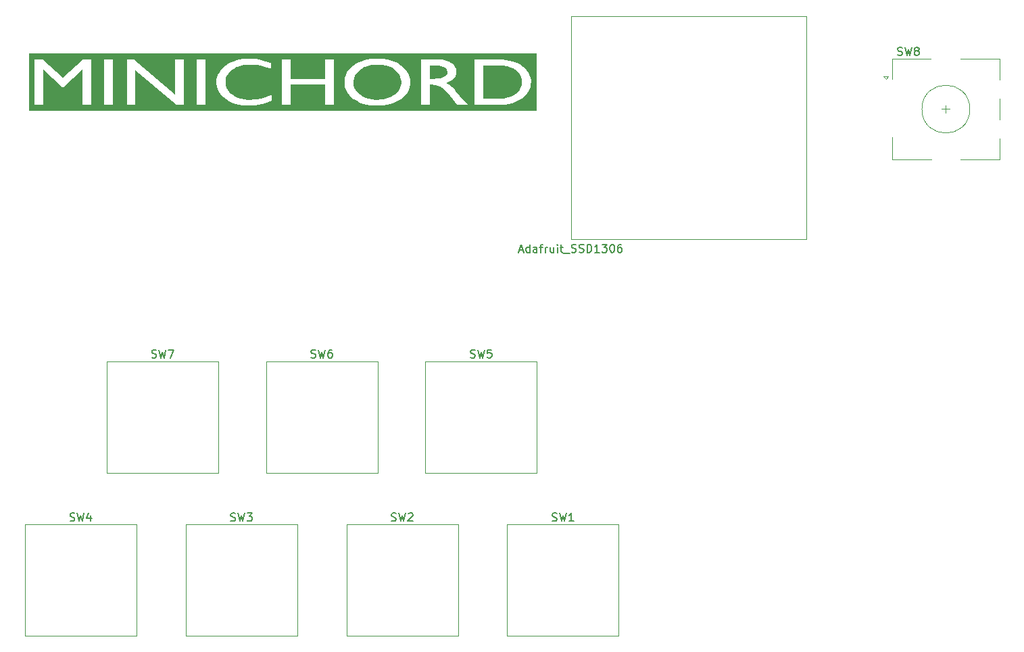
<source format=gbr>
%TF.GenerationSoftware,KiCad,Pcbnew,8.0.6*%
%TF.CreationDate,2024-11-07T12:50:37-05:00*%
%TF.ProjectId,minichord,6d696e69-6368-46f7-9264-2e6b69636164,rev?*%
%TF.SameCoordinates,Original*%
%TF.FileFunction,Legend,Top*%
%TF.FilePolarity,Positive*%
%FSLAX46Y46*%
G04 Gerber Fmt 4.6, Leading zero omitted, Abs format (unit mm)*
G04 Created by KiCad (PCBNEW 8.0.6) date 2024-11-07 12:50:37*
%MOMM*%
%LPD*%
G01*
G04 APERTURE LIST*
%ADD10C,0.750000*%
%ADD11C,0.150000*%
%ADD12C,0.120000*%
G04 APERTURE END LIST*
D10*
G36*
X108972428Y-48917847D02*
G01*
X109419713Y-48954856D01*
X109839246Y-49036274D01*
X110231027Y-49162103D01*
X110595056Y-49332342D01*
X110931332Y-49546992D01*
X111035441Y-49626905D01*
X111307466Y-49880383D01*
X111519042Y-50154470D01*
X111670167Y-50449164D01*
X111760842Y-50764466D01*
X111791067Y-51100376D01*
X111787709Y-51217859D01*
X111737334Y-51555676D01*
X111626509Y-51871544D01*
X111455233Y-52165466D01*
X111223508Y-52437440D01*
X110931332Y-52687466D01*
X110766371Y-52801128D01*
X110413883Y-52994912D01*
X110031307Y-53143976D01*
X109618643Y-53248321D01*
X109175892Y-53307947D01*
X108783949Y-53323475D01*
X108625642Y-53321036D01*
X108170778Y-53284457D01*
X107746001Y-53203983D01*
X107351312Y-53079614D01*
X106986711Y-52911349D01*
X106652198Y-52699190D01*
X106549036Y-52619918D01*
X106279483Y-52367264D01*
X106069831Y-52092353D01*
X105920080Y-51795186D01*
X105830229Y-51475762D01*
X105800279Y-51134082D01*
X105803591Y-51014166D01*
X105853279Y-50670631D01*
X105962593Y-50351413D01*
X106131533Y-50056513D01*
X106360099Y-49785930D01*
X106648290Y-49539665D01*
X106811780Y-49428098D01*
X107163490Y-49237886D01*
X107548172Y-49091570D01*
X107965827Y-48989148D01*
X108416455Y-48930621D01*
X108817166Y-48915380D01*
X108972428Y-48917847D01*
G37*
G36*
X116012448Y-49013236D02*
G01*
X116443932Y-49036063D01*
X116836147Y-49094166D01*
X117076208Y-49173919D01*
X117377390Y-49382861D01*
X117495267Y-49542641D01*
X117570830Y-49840083D01*
X117546375Y-50024593D01*
X117396929Y-50297306D01*
X117248460Y-50433662D01*
X116914305Y-50597725D01*
X116607658Y-50658449D01*
X116197185Y-50689493D01*
X115769295Y-50697376D01*
X115351151Y-50697376D01*
X115351151Y-49009169D01*
X115681367Y-49009169D01*
X116012448Y-49013236D01*
G37*
G36*
X123787425Y-49011343D02*
G01*
X124214983Y-49023543D01*
X124610886Y-49054598D01*
X125002386Y-49127780D01*
X125367062Y-49236315D01*
X125416528Y-49253837D01*
X125764660Y-49404598D01*
X126072435Y-49589490D01*
X126173704Y-49662980D01*
X126438311Y-49899251D01*
X126644116Y-50159221D01*
X126791120Y-50442890D01*
X126879322Y-50750258D01*
X126908722Y-51081325D01*
X126905547Y-51196215D01*
X126857920Y-51525908D01*
X126753140Y-51833139D01*
X126591207Y-52117907D01*
X126372121Y-52380213D01*
X126095882Y-52620055D01*
X125863897Y-52772686D01*
X125537055Y-52935129D01*
X125170175Y-53058184D01*
X124775017Y-53146154D01*
X124746202Y-53151294D01*
X124344163Y-53200238D01*
X123929790Y-53223078D01*
X123495184Y-53229685D01*
X122088346Y-53229685D01*
X122088346Y-49009169D01*
X123461967Y-49009169D01*
X123787425Y-49011343D01*
G37*
G36*
X128712584Y-54740456D02*
G01*
X65157896Y-54740456D01*
X65157896Y-53980000D01*
X65824563Y-53980000D01*
X66922679Y-53980000D01*
X66922679Y-49525010D01*
X69308443Y-51729057D01*
X69511653Y-51729057D01*
X71873970Y-49525010D01*
X71873970Y-53980000D01*
X72979902Y-53980000D01*
X74595812Y-53980000D01*
X75693928Y-53980000D01*
X77415352Y-53980000D01*
X78448988Y-53980000D01*
X78448988Y-49626127D01*
X83581995Y-53980000D01*
X84525750Y-53980000D01*
X86131891Y-53980000D01*
X87230006Y-53980000D01*
X87230006Y-51141409D01*
X88621214Y-51141409D01*
X88629365Y-51337872D01*
X88682860Y-51673307D01*
X88786284Y-51998083D01*
X88939636Y-52312201D01*
X89142916Y-52615659D01*
X89279173Y-52781439D01*
X89545686Y-53049514D01*
X89847916Y-53289540D01*
X90185862Y-53501516D01*
X90559525Y-53685443D01*
X90731104Y-53754844D01*
X91094766Y-53873169D01*
X91485768Y-53964187D01*
X91904110Y-54027900D01*
X92349793Y-54064308D01*
X92742079Y-54073789D01*
X92938458Y-54071224D01*
X93416649Y-54042373D01*
X93876618Y-53981465D01*
X93883579Y-53980000D01*
X96843405Y-53980000D01*
X97943475Y-53980000D01*
X97943475Y-51447690D01*
X102255826Y-51447690D01*
X102255826Y-53980000D01*
X103355896Y-53980000D01*
X103355896Y-51145806D01*
X104663084Y-51145806D01*
X104681158Y-51453551D01*
X104735380Y-51748108D01*
X104853990Y-52097757D01*
X105029082Y-52426798D01*
X105260655Y-52735231D01*
X105548709Y-53023056D01*
X105819818Y-53238478D01*
X105892681Y-53289869D01*
X106195465Y-53479119D01*
X106599449Y-53678974D01*
X107031768Y-53838042D01*
X107492424Y-53956323D01*
X107881350Y-54021582D01*
X108288411Y-54060737D01*
X108713607Y-54073789D01*
X109158618Y-54060737D01*
X109584089Y-54021582D01*
X109990020Y-53956323D01*
X110376413Y-53864961D01*
X110743265Y-53747496D01*
X111090579Y-53603927D01*
X111418353Y-53434254D01*
X111726587Y-53238478D01*
X112006856Y-53022804D01*
X112304641Y-52733956D01*
X112544037Y-52423713D01*
X112725044Y-52092074D01*
X112847662Y-51739041D01*
X112903715Y-51441210D01*
X112922400Y-51129685D01*
X112921244Y-51050511D01*
X112893492Y-50742169D01*
X112883659Y-50697376D01*
X114251081Y-50697376D01*
X114251081Y-53980000D01*
X115351151Y-53980000D01*
X115351151Y-51447690D01*
X115636427Y-51447690D01*
X116023002Y-51463169D01*
X116402372Y-51541479D01*
X116612879Y-51646265D01*
X116914305Y-51847759D01*
X117022543Y-51932098D01*
X117290592Y-52169359D01*
X117537613Y-52417822D01*
X117906908Y-52872114D01*
X118246894Y-53297096D01*
X118461828Y-53525708D01*
X118526308Y-53596050D01*
X118862386Y-53980000D01*
X120169574Y-53980000D01*
X119763154Y-53563810D01*
X119559180Y-53341449D01*
X119463577Y-53229685D01*
X120990230Y-53229685D01*
X120990230Y-53980000D01*
X123418981Y-53980000D01*
X123544140Y-53979833D01*
X123993180Y-53975849D01*
X124399673Y-53965017D01*
X124802372Y-53937501D01*
X124825157Y-53934672D01*
X125208924Y-53867215D01*
X125601535Y-53766043D01*
X125828566Y-53696076D01*
X126215103Y-53545251D01*
X126573201Y-53362432D01*
X126902861Y-53147620D01*
X127068287Y-53019979D01*
X127335041Y-52774718D01*
X127561918Y-52509519D01*
X127748918Y-52224382D01*
X127834479Y-52059217D01*
X127951945Y-51755791D01*
X128022424Y-51444481D01*
X128045917Y-51125289D01*
X128032751Y-50877335D01*
X127970080Y-50540297D01*
X127855797Y-50215040D01*
X127689903Y-49901564D01*
X127506629Y-49642247D01*
X127366434Y-49477062D01*
X127092882Y-49212893D01*
X126783426Y-48980421D01*
X126438066Y-48779645D01*
X126056803Y-48610565D01*
X125755717Y-48509242D01*
X125352350Y-48410324D01*
X124903096Y-48336135D01*
X124493664Y-48293202D01*
X124052367Y-48267442D01*
X123579204Y-48258855D01*
X120990230Y-48258855D01*
X120990230Y-53229685D01*
X119463577Y-53229685D01*
X119333101Y-53077153D01*
X119120307Y-52817892D01*
X119080774Y-52769166D01*
X118855276Y-52496041D01*
X118617548Y-52219070D01*
X118379289Y-51957486D01*
X118131612Y-51712937D01*
X118021273Y-51616853D01*
X117730374Y-51397841D01*
X117410607Y-51211751D01*
X117773994Y-51083323D01*
X118107603Y-50901390D01*
X118371946Y-50676859D01*
X118563288Y-50414263D01*
X118675204Y-50120152D01*
X118708025Y-49825429D01*
X118707357Y-49780658D01*
X118665282Y-49483611D01*
X118537055Y-49179162D01*
X118323342Y-48912083D01*
X118024145Y-48682372D01*
X117750722Y-48538443D01*
X117388840Y-48408161D01*
X116980770Y-48318412D01*
X116594233Y-48273744D01*
X116173761Y-48258855D01*
X114251081Y-48258855D01*
X114251081Y-50697376D01*
X112883659Y-50697376D01*
X112828737Y-50447200D01*
X112695758Y-50097294D01*
X112504962Y-49768282D01*
X112256350Y-49460163D01*
X112015832Y-49228713D01*
X111738311Y-49010635D01*
X111432977Y-48812454D01*
X111109019Y-48640698D01*
X110766438Y-48495366D01*
X110405233Y-48376458D01*
X110025405Y-48283974D01*
X109626953Y-48217914D01*
X109209878Y-48178278D01*
X108774180Y-48165066D01*
X108338328Y-48178278D01*
X107921772Y-48217914D01*
X107524511Y-48283974D01*
X107146545Y-48376458D01*
X106787875Y-48495366D01*
X106448499Y-48640698D01*
X106128419Y-48812454D01*
X105827634Y-49010635D01*
X105755987Y-49063916D01*
X105492143Y-49285715D01*
X105213516Y-49582478D01*
X104991751Y-49900921D01*
X104826849Y-50241046D01*
X104735868Y-50528756D01*
X104681280Y-50830343D01*
X104663760Y-51134082D01*
X104663084Y-51145806D01*
X103355896Y-51145806D01*
X103355896Y-48258855D01*
X102255826Y-48258855D01*
X102255826Y-50697376D01*
X97943475Y-50697376D01*
X97943475Y-48258855D01*
X96843405Y-48258855D01*
X96843405Y-53980000D01*
X93883579Y-53980000D01*
X94318363Y-53888500D01*
X94741886Y-53763478D01*
X95147186Y-53606400D01*
X95534263Y-53417264D01*
X95534263Y-52666950D01*
X95367682Y-52746451D01*
X94949025Y-52922764D01*
X94527219Y-53067020D01*
X94102266Y-53179219D01*
X93674163Y-53259361D01*
X93242912Y-53307446D01*
X92808513Y-53323475D01*
X92562477Y-53318052D01*
X92171039Y-53284915D01*
X91732043Y-53205385D01*
X91326570Y-53082476D01*
X90954618Y-52916186D01*
X90616189Y-52706517D01*
X90512317Y-52628058D01*
X90240910Y-52376606D01*
X90029816Y-52101043D01*
X89879034Y-51801369D01*
X89788565Y-51477583D01*
X89758408Y-51129685D01*
X89761813Y-51012048D01*
X89812875Y-50674112D01*
X89925211Y-50358638D01*
X90098822Y-50065626D01*
X90333707Y-49795078D01*
X90629867Y-49546992D01*
X90797198Y-49434116D01*
X91155457Y-49241672D01*
X91545177Y-49093638D01*
X91966358Y-48990014D01*
X92419001Y-48930800D01*
X92820237Y-48915380D01*
X92981185Y-48917578D01*
X93385627Y-48942308D01*
X93793025Y-48994515D01*
X94203382Y-49074199D01*
X94616696Y-49181360D01*
X95032968Y-49315999D01*
X95452198Y-49478115D01*
X95452198Y-48727801D01*
X95268367Y-48659658D01*
X94907071Y-48536559D01*
X94467386Y-48407416D01*
X94040963Y-48305750D01*
X93627801Y-48231561D01*
X93227901Y-48184849D01*
X92765526Y-48165066D01*
X92335598Y-48178484D01*
X91923133Y-48218738D01*
X91528131Y-48285829D01*
X91150593Y-48379755D01*
X90790518Y-48500518D01*
X90447906Y-48648117D01*
X90122758Y-48822552D01*
X89815073Y-49023824D01*
X89741622Y-49077887D01*
X89471139Y-49301953D01*
X89237963Y-49538521D01*
X88998958Y-49851813D01*
X88818247Y-50184639D01*
X88695830Y-50537000D01*
X88639868Y-50832953D01*
X88621214Y-51141409D01*
X87230006Y-51141409D01*
X87230006Y-48258855D01*
X86131891Y-48258855D01*
X86131891Y-53980000D01*
X84525750Y-53980000D01*
X84525750Y-48258855D01*
X83482344Y-48258855D01*
X83482344Y-52650830D01*
X78306350Y-48258855D01*
X77415352Y-48258855D01*
X77415352Y-53980000D01*
X75693928Y-53980000D01*
X75693928Y-48258855D01*
X74595812Y-48258855D01*
X74595812Y-53980000D01*
X72979902Y-53980000D01*
X72979902Y-48258855D01*
X71957990Y-48258855D01*
X69412002Y-50536175D01*
X66858199Y-48258855D01*
X65824563Y-48258855D01*
X65824563Y-53980000D01*
X65157896Y-53980000D01*
X65157896Y-47498399D01*
X128712584Y-47498399D01*
X128712584Y-54740456D01*
G37*
D11*
X173966667Y-47707200D02*
X174109524Y-47754819D01*
X174109524Y-47754819D02*
X174347619Y-47754819D01*
X174347619Y-47754819D02*
X174442857Y-47707200D01*
X174442857Y-47707200D02*
X174490476Y-47659580D01*
X174490476Y-47659580D02*
X174538095Y-47564342D01*
X174538095Y-47564342D02*
X174538095Y-47469104D01*
X174538095Y-47469104D02*
X174490476Y-47373866D01*
X174490476Y-47373866D02*
X174442857Y-47326247D01*
X174442857Y-47326247D02*
X174347619Y-47278628D01*
X174347619Y-47278628D02*
X174157143Y-47231009D01*
X174157143Y-47231009D02*
X174061905Y-47183390D01*
X174061905Y-47183390D02*
X174014286Y-47135771D01*
X174014286Y-47135771D02*
X173966667Y-47040533D01*
X173966667Y-47040533D02*
X173966667Y-46945295D01*
X173966667Y-46945295D02*
X174014286Y-46850057D01*
X174014286Y-46850057D02*
X174061905Y-46802438D01*
X174061905Y-46802438D02*
X174157143Y-46754819D01*
X174157143Y-46754819D02*
X174395238Y-46754819D01*
X174395238Y-46754819D02*
X174538095Y-46802438D01*
X174871429Y-46754819D02*
X175109524Y-47754819D01*
X175109524Y-47754819D02*
X175300000Y-47040533D01*
X175300000Y-47040533D02*
X175490476Y-47754819D01*
X175490476Y-47754819D02*
X175728572Y-46754819D01*
X176252381Y-47183390D02*
X176157143Y-47135771D01*
X176157143Y-47135771D02*
X176109524Y-47088152D01*
X176109524Y-47088152D02*
X176061905Y-46992914D01*
X176061905Y-46992914D02*
X176061905Y-46945295D01*
X176061905Y-46945295D02*
X176109524Y-46850057D01*
X176109524Y-46850057D02*
X176157143Y-46802438D01*
X176157143Y-46802438D02*
X176252381Y-46754819D01*
X176252381Y-46754819D02*
X176442857Y-46754819D01*
X176442857Y-46754819D02*
X176538095Y-46802438D01*
X176538095Y-46802438D02*
X176585714Y-46850057D01*
X176585714Y-46850057D02*
X176633333Y-46945295D01*
X176633333Y-46945295D02*
X176633333Y-46992914D01*
X176633333Y-46992914D02*
X176585714Y-47088152D01*
X176585714Y-47088152D02*
X176538095Y-47135771D01*
X176538095Y-47135771D02*
X176442857Y-47183390D01*
X176442857Y-47183390D02*
X176252381Y-47183390D01*
X176252381Y-47183390D02*
X176157143Y-47231009D01*
X176157143Y-47231009D02*
X176109524Y-47278628D01*
X176109524Y-47278628D02*
X176061905Y-47373866D01*
X176061905Y-47373866D02*
X176061905Y-47564342D01*
X176061905Y-47564342D02*
X176109524Y-47659580D01*
X176109524Y-47659580D02*
X176157143Y-47707200D01*
X176157143Y-47707200D02*
X176252381Y-47754819D01*
X176252381Y-47754819D02*
X176442857Y-47754819D01*
X176442857Y-47754819D02*
X176538095Y-47707200D01*
X176538095Y-47707200D02*
X176585714Y-47659580D01*
X176585714Y-47659580D02*
X176633333Y-47564342D01*
X176633333Y-47564342D02*
X176633333Y-47373866D01*
X176633333Y-47373866D02*
X176585714Y-47278628D01*
X176585714Y-47278628D02*
X176538095Y-47231009D01*
X176538095Y-47231009D02*
X176442857Y-47183390D01*
X126547618Y-72169104D02*
X127023808Y-72169104D01*
X126452380Y-72454819D02*
X126785713Y-71454819D01*
X126785713Y-71454819D02*
X127119046Y-72454819D01*
X127880951Y-72454819D02*
X127880951Y-71454819D01*
X127880951Y-72407200D02*
X127785713Y-72454819D01*
X127785713Y-72454819D02*
X127595237Y-72454819D01*
X127595237Y-72454819D02*
X127499999Y-72407200D01*
X127499999Y-72407200D02*
X127452380Y-72359580D01*
X127452380Y-72359580D02*
X127404761Y-72264342D01*
X127404761Y-72264342D02*
X127404761Y-71978628D01*
X127404761Y-71978628D02*
X127452380Y-71883390D01*
X127452380Y-71883390D02*
X127499999Y-71835771D01*
X127499999Y-71835771D02*
X127595237Y-71788152D01*
X127595237Y-71788152D02*
X127785713Y-71788152D01*
X127785713Y-71788152D02*
X127880951Y-71835771D01*
X128785713Y-72454819D02*
X128785713Y-71931009D01*
X128785713Y-71931009D02*
X128738094Y-71835771D01*
X128738094Y-71835771D02*
X128642856Y-71788152D01*
X128642856Y-71788152D02*
X128452380Y-71788152D01*
X128452380Y-71788152D02*
X128357142Y-71835771D01*
X128785713Y-72407200D02*
X128690475Y-72454819D01*
X128690475Y-72454819D02*
X128452380Y-72454819D01*
X128452380Y-72454819D02*
X128357142Y-72407200D01*
X128357142Y-72407200D02*
X128309523Y-72311961D01*
X128309523Y-72311961D02*
X128309523Y-72216723D01*
X128309523Y-72216723D02*
X128357142Y-72121485D01*
X128357142Y-72121485D02*
X128452380Y-72073866D01*
X128452380Y-72073866D02*
X128690475Y-72073866D01*
X128690475Y-72073866D02*
X128785713Y-72026247D01*
X129119047Y-71788152D02*
X129499999Y-71788152D01*
X129261904Y-72454819D02*
X129261904Y-71597676D01*
X129261904Y-71597676D02*
X129309523Y-71502438D01*
X129309523Y-71502438D02*
X129404761Y-71454819D01*
X129404761Y-71454819D02*
X129499999Y-71454819D01*
X129833333Y-72454819D02*
X129833333Y-71788152D01*
X129833333Y-71978628D02*
X129880952Y-71883390D01*
X129880952Y-71883390D02*
X129928571Y-71835771D01*
X129928571Y-71835771D02*
X130023809Y-71788152D01*
X130023809Y-71788152D02*
X130119047Y-71788152D01*
X130880952Y-71788152D02*
X130880952Y-72454819D01*
X130452381Y-71788152D02*
X130452381Y-72311961D01*
X130452381Y-72311961D02*
X130500000Y-72407200D01*
X130500000Y-72407200D02*
X130595238Y-72454819D01*
X130595238Y-72454819D02*
X130738095Y-72454819D01*
X130738095Y-72454819D02*
X130833333Y-72407200D01*
X130833333Y-72407200D02*
X130880952Y-72359580D01*
X131357143Y-72454819D02*
X131357143Y-71788152D01*
X131357143Y-71454819D02*
X131309524Y-71502438D01*
X131309524Y-71502438D02*
X131357143Y-71550057D01*
X131357143Y-71550057D02*
X131404762Y-71502438D01*
X131404762Y-71502438D02*
X131357143Y-71454819D01*
X131357143Y-71454819D02*
X131357143Y-71550057D01*
X131690476Y-71788152D02*
X132071428Y-71788152D01*
X131833333Y-71454819D02*
X131833333Y-72311961D01*
X131833333Y-72311961D02*
X131880952Y-72407200D01*
X131880952Y-72407200D02*
X131976190Y-72454819D01*
X131976190Y-72454819D02*
X132071428Y-72454819D01*
X132166667Y-72550057D02*
X132928571Y-72550057D01*
X133119048Y-72407200D02*
X133261905Y-72454819D01*
X133261905Y-72454819D02*
X133500000Y-72454819D01*
X133500000Y-72454819D02*
X133595238Y-72407200D01*
X133595238Y-72407200D02*
X133642857Y-72359580D01*
X133642857Y-72359580D02*
X133690476Y-72264342D01*
X133690476Y-72264342D02*
X133690476Y-72169104D01*
X133690476Y-72169104D02*
X133642857Y-72073866D01*
X133642857Y-72073866D02*
X133595238Y-72026247D01*
X133595238Y-72026247D02*
X133500000Y-71978628D01*
X133500000Y-71978628D02*
X133309524Y-71931009D01*
X133309524Y-71931009D02*
X133214286Y-71883390D01*
X133214286Y-71883390D02*
X133166667Y-71835771D01*
X133166667Y-71835771D02*
X133119048Y-71740533D01*
X133119048Y-71740533D02*
X133119048Y-71645295D01*
X133119048Y-71645295D02*
X133166667Y-71550057D01*
X133166667Y-71550057D02*
X133214286Y-71502438D01*
X133214286Y-71502438D02*
X133309524Y-71454819D01*
X133309524Y-71454819D02*
X133547619Y-71454819D01*
X133547619Y-71454819D02*
X133690476Y-71502438D01*
X134071429Y-72407200D02*
X134214286Y-72454819D01*
X134214286Y-72454819D02*
X134452381Y-72454819D01*
X134452381Y-72454819D02*
X134547619Y-72407200D01*
X134547619Y-72407200D02*
X134595238Y-72359580D01*
X134595238Y-72359580D02*
X134642857Y-72264342D01*
X134642857Y-72264342D02*
X134642857Y-72169104D01*
X134642857Y-72169104D02*
X134595238Y-72073866D01*
X134595238Y-72073866D02*
X134547619Y-72026247D01*
X134547619Y-72026247D02*
X134452381Y-71978628D01*
X134452381Y-71978628D02*
X134261905Y-71931009D01*
X134261905Y-71931009D02*
X134166667Y-71883390D01*
X134166667Y-71883390D02*
X134119048Y-71835771D01*
X134119048Y-71835771D02*
X134071429Y-71740533D01*
X134071429Y-71740533D02*
X134071429Y-71645295D01*
X134071429Y-71645295D02*
X134119048Y-71550057D01*
X134119048Y-71550057D02*
X134166667Y-71502438D01*
X134166667Y-71502438D02*
X134261905Y-71454819D01*
X134261905Y-71454819D02*
X134500000Y-71454819D01*
X134500000Y-71454819D02*
X134642857Y-71502438D01*
X135071429Y-72454819D02*
X135071429Y-71454819D01*
X135071429Y-71454819D02*
X135309524Y-71454819D01*
X135309524Y-71454819D02*
X135452381Y-71502438D01*
X135452381Y-71502438D02*
X135547619Y-71597676D01*
X135547619Y-71597676D02*
X135595238Y-71692914D01*
X135595238Y-71692914D02*
X135642857Y-71883390D01*
X135642857Y-71883390D02*
X135642857Y-72026247D01*
X135642857Y-72026247D02*
X135595238Y-72216723D01*
X135595238Y-72216723D02*
X135547619Y-72311961D01*
X135547619Y-72311961D02*
X135452381Y-72407200D01*
X135452381Y-72407200D02*
X135309524Y-72454819D01*
X135309524Y-72454819D02*
X135071429Y-72454819D01*
X136595238Y-72454819D02*
X136023810Y-72454819D01*
X136309524Y-72454819D02*
X136309524Y-71454819D01*
X136309524Y-71454819D02*
X136214286Y-71597676D01*
X136214286Y-71597676D02*
X136119048Y-71692914D01*
X136119048Y-71692914D02*
X136023810Y-71740533D01*
X136928572Y-71454819D02*
X137547619Y-71454819D01*
X137547619Y-71454819D02*
X137214286Y-71835771D01*
X137214286Y-71835771D02*
X137357143Y-71835771D01*
X137357143Y-71835771D02*
X137452381Y-71883390D01*
X137452381Y-71883390D02*
X137500000Y-71931009D01*
X137500000Y-71931009D02*
X137547619Y-72026247D01*
X137547619Y-72026247D02*
X137547619Y-72264342D01*
X137547619Y-72264342D02*
X137500000Y-72359580D01*
X137500000Y-72359580D02*
X137452381Y-72407200D01*
X137452381Y-72407200D02*
X137357143Y-72454819D01*
X137357143Y-72454819D02*
X137071429Y-72454819D01*
X137071429Y-72454819D02*
X136976191Y-72407200D01*
X136976191Y-72407200D02*
X136928572Y-72359580D01*
X138166667Y-71454819D02*
X138261905Y-71454819D01*
X138261905Y-71454819D02*
X138357143Y-71502438D01*
X138357143Y-71502438D02*
X138404762Y-71550057D01*
X138404762Y-71550057D02*
X138452381Y-71645295D01*
X138452381Y-71645295D02*
X138500000Y-71835771D01*
X138500000Y-71835771D02*
X138500000Y-72073866D01*
X138500000Y-72073866D02*
X138452381Y-72264342D01*
X138452381Y-72264342D02*
X138404762Y-72359580D01*
X138404762Y-72359580D02*
X138357143Y-72407200D01*
X138357143Y-72407200D02*
X138261905Y-72454819D01*
X138261905Y-72454819D02*
X138166667Y-72454819D01*
X138166667Y-72454819D02*
X138071429Y-72407200D01*
X138071429Y-72407200D02*
X138023810Y-72359580D01*
X138023810Y-72359580D02*
X137976191Y-72264342D01*
X137976191Y-72264342D02*
X137928572Y-72073866D01*
X137928572Y-72073866D02*
X137928572Y-71835771D01*
X137928572Y-71835771D02*
X137976191Y-71645295D01*
X137976191Y-71645295D02*
X138023810Y-71550057D01*
X138023810Y-71550057D02*
X138071429Y-71502438D01*
X138071429Y-71502438D02*
X138166667Y-71454819D01*
X139357143Y-71454819D02*
X139166667Y-71454819D01*
X139166667Y-71454819D02*
X139071429Y-71502438D01*
X139071429Y-71502438D02*
X139023810Y-71550057D01*
X139023810Y-71550057D02*
X138928572Y-71692914D01*
X138928572Y-71692914D02*
X138880953Y-71883390D01*
X138880953Y-71883390D02*
X138880953Y-72264342D01*
X138880953Y-72264342D02*
X138928572Y-72359580D01*
X138928572Y-72359580D02*
X138976191Y-72407200D01*
X138976191Y-72407200D02*
X139071429Y-72454819D01*
X139071429Y-72454819D02*
X139261905Y-72454819D01*
X139261905Y-72454819D02*
X139357143Y-72407200D01*
X139357143Y-72407200D02*
X139404762Y-72359580D01*
X139404762Y-72359580D02*
X139452381Y-72264342D01*
X139452381Y-72264342D02*
X139452381Y-72026247D01*
X139452381Y-72026247D02*
X139404762Y-71931009D01*
X139404762Y-71931009D02*
X139357143Y-71883390D01*
X139357143Y-71883390D02*
X139261905Y-71835771D01*
X139261905Y-71835771D02*
X139071429Y-71835771D01*
X139071429Y-71835771D02*
X138976191Y-71883390D01*
X138976191Y-71883390D02*
X138928572Y-71931009D01*
X138928572Y-71931009D02*
X138880953Y-72026247D01*
X80536667Y-85613200D02*
X80679524Y-85660819D01*
X80679524Y-85660819D02*
X80917619Y-85660819D01*
X80917619Y-85660819D02*
X81012857Y-85613200D01*
X81012857Y-85613200D02*
X81060476Y-85565580D01*
X81060476Y-85565580D02*
X81108095Y-85470342D01*
X81108095Y-85470342D02*
X81108095Y-85375104D01*
X81108095Y-85375104D02*
X81060476Y-85279866D01*
X81060476Y-85279866D02*
X81012857Y-85232247D01*
X81012857Y-85232247D02*
X80917619Y-85184628D01*
X80917619Y-85184628D02*
X80727143Y-85137009D01*
X80727143Y-85137009D02*
X80631905Y-85089390D01*
X80631905Y-85089390D02*
X80584286Y-85041771D01*
X80584286Y-85041771D02*
X80536667Y-84946533D01*
X80536667Y-84946533D02*
X80536667Y-84851295D01*
X80536667Y-84851295D02*
X80584286Y-84756057D01*
X80584286Y-84756057D02*
X80631905Y-84708438D01*
X80631905Y-84708438D02*
X80727143Y-84660819D01*
X80727143Y-84660819D02*
X80965238Y-84660819D01*
X80965238Y-84660819D02*
X81108095Y-84708438D01*
X81441429Y-84660819D02*
X81679524Y-85660819D01*
X81679524Y-85660819D02*
X81870000Y-84946533D01*
X81870000Y-84946533D02*
X82060476Y-85660819D01*
X82060476Y-85660819D02*
X82298572Y-84660819D01*
X82584286Y-84660819D02*
X83250952Y-84660819D01*
X83250952Y-84660819D02*
X82822381Y-85660819D01*
X100496667Y-85613200D02*
X100639524Y-85660819D01*
X100639524Y-85660819D02*
X100877619Y-85660819D01*
X100877619Y-85660819D02*
X100972857Y-85613200D01*
X100972857Y-85613200D02*
X101020476Y-85565580D01*
X101020476Y-85565580D02*
X101068095Y-85470342D01*
X101068095Y-85470342D02*
X101068095Y-85375104D01*
X101068095Y-85375104D02*
X101020476Y-85279866D01*
X101020476Y-85279866D02*
X100972857Y-85232247D01*
X100972857Y-85232247D02*
X100877619Y-85184628D01*
X100877619Y-85184628D02*
X100687143Y-85137009D01*
X100687143Y-85137009D02*
X100591905Y-85089390D01*
X100591905Y-85089390D02*
X100544286Y-85041771D01*
X100544286Y-85041771D02*
X100496667Y-84946533D01*
X100496667Y-84946533D02*
X100496667Y-84851295D01*
X100496667Y-84851295D02*
X100544286Y-84756057D01*
X100544286Y-84756057D02*
X100591905Y-84708438D01*
X100591905Y-84708438D02*
X100687143Y-84660819D01*
X100687143Y-84660819D02*
X100925238Y-84660819D01*
X100925238Y-84660819D02*
X101068095Y-84708438D01*
X101401429Y-84660819D02*
X101639524Y-85660819D01*
X101639524Y-85660819D02*
X101830000Y-84946533D01*
X101830000Y-84946533D02*
X102020476Y-85660819D01*
X102020476Y-85660819D02*
X102258572Y-84660819D01*
X103068095Y-84660819D02*
X102877619Y-84660819D01*
X102877619Y-84660819D02*
X102782381Y-84708438D01*
X102782381Y-84708438D02*
X102734762Y-84756057D01*
X102734762Y-84756057D02*
X102639524Y-84898914D01*
X102639524Y-84898914D02*
X102591905Y-85089390D01*
X102591905Y-85089390D02*
X102591905Y-85470342D01*
X102591905Y-85470342D02*
X102639524Y-85565580D01*
X102639524Y-85565580D02*
X102687143Y-85613200D01*
X102687143Y-85613200D02*
X102782381Y-85660819D01*
X102782381Y-85660819D02*
X102972857Y-85660819D01*
X102972857Y-85660819D02*
X103068095Y-85613200D01*
X103068095Y-85613200D02*
X103115714Y-85565580D01*
X103115714Y-85565580D02*
X103163333Y-85470342D01*
X103163333Y-85470342D02*
X103163333Y-85232247D01*
X103163333Y-85232247D02*
X103115714Y-85137009D01*
X103115714Y-85137009D02*
X103068095Y-85089390D01*
X103068095Y-85089390D02*
X102972857Y-85041771D01*
X102972857Y-85041771D02*
X102782381Y-85041771D01*
X102782381Y-85041771D02*
X102687143Y-85089390D01*
X102687143Y-85089390D02*
X102639524Y-85137009D01*
X102639524Y-85137009D02*
X102591905Y-85232247D01*
X120456667Y-85613200D02*
X120599524Y-85660819D01*
X120599524Y-85660819D02*
X120837619Y-85660819D01*
X120837619Y-85660819D02*
X120932857Y-85613200D01*
X120932857Y-85613200D02*
X120980476Y-85565580D01*
X120980476Y-85565580D02*
X121028095Y-85470342D01*
X121028095Y-85470342D02*
X121028095Y-85375104D01*
X121028095Y-85375104D02*
X120980476Y-85279866D01*
X120980476Y-85279866D02*
X120932857Y-85232247D01*
X120932857Y-85232247D02*
X120837619Y-85184628D01*
X120837619Y-85184628D02*
X120647143Y-85137009D01*
X120647143Y-85137009D02*
X120551905Y-85089390D01*
X120551905Y-85089390D02*
X120504286Y-85041771D01*
X120504286Y-85041771D02*
X120456667Y-84946533D01*
X120456667Y-84946533D02*
X120456667Y-84851295D01*
X120456667Y-84851295D02*
X120504286Y-84756057D01*
X120504286Y-84756057D02*
X120551905Y-84708438D01*
X120551905Y-84708438D02*
X120647143Y-84660819D01*
X120647143Y-84660819D02*
X120885238Y-84660819D01*
X120885238Y-84660819D02*
X121028095Y-84708438D01*
X121361429Y-84660819D02*
X121599524Y-85660819D01*
X121599524Y-85660819D02*
X121790000Y-84946533D01*
X121790000Y-84946533D02*
X121980476Y-85660819D01*
X121980476Y-85660819D02*
X122218572Y-84660819D01*
X123075714Y-84660819D02*
X122599524Y-84660819D01*
X122599524Y-84660819D02*
X122551905Y-85137009D01*
X122551905Y-85137009D02*
X122599524Y-85089390D01*
X122599524Y-85089390D02*
X122694762Y-85041771D01*
X122694762Y-85041771D02*
X122932857Y-85041771D01*
X122932857Y-85041771D02*
X123028095Y-85089390D01*
X123028095Y-85089390D02*
X123075714Y-85137009D01*
X123075714Y-85137009D02*
X123123333Y-85232247D01*
X123123333Y-85232247D02*
X123123333Y-85470342D01*
X123123333Y-85470342D02*
X123075714Y-85565580D01*
X123075714Y-85565580D02*
X123028095Y-85613200D01*
X123028095Y-85613200D02*
X122932857Y-85660819D01*
X122932857Y-85660819D02*
X122694762Y-85660819D01*
X122694762Y-85660819D02*
X122599524Y-85613200D01*
X122599524Y-85613200D02*
X122551905Y-85565580D01*
X90426667Y-106073200D02*
X90569524Y-106120819D01*
X90569524Y-106120819D02*
X90807619Y-106120819D01*
X90807619Y-106120819D02*
X90902857Y-106073200D01*
X90902857Y-106073200D02*
X90950476Y-106025580D01*
X90950476Y-106025580D02*
X90998095Y-105930342D01*
X90998095Y-105930342D02*
X90998095Y-105835104D01*
X90998095Y-105835104D02*
X90950476Y-105739866D01*
X90950476Y-105739866D02*
X90902857Y-105692247D01*
X90902857Y-105692247D02*
X90807619Y-105644628D01*
X90807619Y-105644628D02*
X90617143Y-105597009D01*
X90617143Y-105597009D02*
X90521905Y-105549390D01*
X90521905Y-105549390D02*
X90474286Y-105501771D01*
X90474286Y-105501771D02*
X90426667Y-105406533D01*
X90426667Y-105406533D02*
X90426667Y-105311295D01*
X90426667Y-105311295D02*
X90474286Y-105216057D01*
X90474286Y-105216057D02*
X90521905Y-105168438D01*
X90521905Y-105168438D02*
X90617143Y-105120819D01*
X90617143Y-105120819D02*
X90855238Y-105120819D01*
X90855238Y-105120819D02*
X90998095Y-105168438D01*
X91331429Y-105120819D02*
X91569524Y-106120819D01*
X91569524Y-106120819D02*
X91760000Y-105406533D01*
X91760000Y-105406533D02*
X91950476Y-106120819D01*
X91950476Y-106120819D02*
X92188572Y-105120819D01*
X92474286Y-105120819D02*
X93093333Y-105120819D01*
X93093333Y-105120819D02*
X92760000Y-105501771D01*
X92760000Y-105501771D02*
X92902857Y-105501771D01*
X92902857Y-105501771D02*
X92998095Y-105549390D01*
X92998095Y-105549390D02*
X93045714Y-105597009D01*
X93045714Y-105597009D02*
X93093333Y-105692247D01*
X93093333Y-105692247D02*
X93093333Y-105930342D01*
X93093333Y-105930342D02*
X93045714Y-106025580D01*
X93045714Y-106025580D02*
X92998095Y-106073200D01*
X92998095Y-106073200D02*
X92902857Y-106120819D01*
X92902857Y-106120819D02*
X92617143Y-106120819D01*
X92617143Y-106120819D02*
X92521905Y-106073200D01*
X92521905Y-106073200D02*
X92474286Y-106025580D01*
X70286667Y-106073200D02*
X70429524Y-106120819D01*
X70429524Y-106120819D02*
X70667619Y-106120819D01*
X70667619Y-106120819D02*
X70762857Y-106073200D01*
X70762857Y-106073200D02*
X70810476Y-106025580D01*
X70810476Y-106025580D02*
X70858095Y-105930342D01*
X70858095Y-105930342D02*
X70858095Y-105835104D01*
X70858095Y-105835104D02*
X70810476Y-105739866D01*
X70810476Y-105739866D02*
X70762857Y-105692247D01*
X70762857Y-105692247D02*
X70667619Y-105644628D01*
X70667619Y-105644628D02*
X70477143Y-105597009D01*
X70477143Y-105597009D02*
X70381905Y-105549390D01*
X70381905Y-105549390D02*
X70334286Y-105501771D01*
X70334286Y-105501771D02*
X70286667Y-105406533D01*
X70286667Y-105406533D02*
X70286667Y-105311295D01*
X70286667Y-105311295D02*
X70334286Y-105216057D01*
X70334286Y-105216057D02*
X70381905Y-105168438D01*
X70381905Y-105168438D02*
X70477143Y-105120819D01*
X70477143Y-105120819D02*
X70715238Y-105120819D01*
X70715238Y-105120819D02*
X70858095Y-105168438D01*
X71191429Y-105120819D02*
X71429524Y-106120819D01*
X71429524Y-106120819D02*
X71620000Y-105406533D01*
X71620000Y-105406533D02*
X71810476Y-106120819D01*
X71810476Y-106120819D02*
X72048572Y-105120819D01*
X72858095Y-105454152D02*
X72858095Y-106120819D01*
X72620000Y-105073200D02*
X72381905Y-105787485D01*
X72381905Y-105787485D02*
X73000952Y-105787485D01*
X130706667Y-106073200D02*
X130849524Y-106120819D01*
X130849524Y-106120819D02*
X131087619Y-106120819D01*
X131087619Y-106120819D02*
X131182857Y-106073200D01*
X131182857Y-106073200D02*
X131230476Y-106025580D01*
X131230476Y-106025580D02*
X131278095Y-105930342D01*
X131278095Y-105930342D02*
X131278095Y-105835104D01*
X131278095Y-105835104D02*
X131230476Y-105739866D01*
X131230476Y-105739866D02*
X131182857Y-105692247D01*
X131182857Y-105692247D02*
X131087619Y-105644628D01*
X131087619Y-105644628D02*
X130897143Y-105597009D01*
X130897143Y-105597009D02*
X130801905Y-105549390D01*
X130801905Y-105549390D02*
X130754286Y-105501771D01*
X130754286Y-105501771D02*
X130706667Y-105406533D01*
X130706667Y-105406533D02*
X130706667Y-105311295D01*
X130706667Y-105311295D02*
X130754286Y-105216057D01*
X130754286Y-105216057D02*
X130801905Y-105168438D01*
X130801905Y-105168438D02*
X130897143Y-105120819D01*
X130897143Y-105120819D02*
X131135238Y-105120819D01*
X131135238Y-105120819D02*
X131278095Y-105168438D01*
X131611429Y-105120819D02*
X131849524Y-106120819D01*
X131849524Y-106120819D02*
X132040000Y-105406533D01*
X132040000Y-105406533D02*
X132230476Y-106120819D01*
X132230476Y-106120819D02*
X132468572Y-105120819D01*
X133373333Y-106120819D02*
X132801905Y-106120819D01*
X133087619Y-106120819D02*
X133087619Y-105120819D01*
X133087619Y-105120819D02*
X132992381Y-105263676D01*
X132992381Y-105263676D02*
X132897143Y-105358914D01*
X132897143Y-105358914D02*
X132801905Y-105406533D01*
X110566667Y-106073200D02*
X110709524Y-106120819D01*
X110709524Y-106120819D02*
X110947619Y-106120819D01*
X110947619Y-106120819D02*
X111042857Y-106073200D01*
X111042857Y-106073200D02*
X111090476Y-106025580D01*
X111090476Y-106025580D02*
X111138095Y-105930342D01*
X111138095Y-105930342D02*
X111138095Y-105835104D01*
X111138095Y-105835104D02*
X111090476Y-105739866D01*
X111090476Y-105739866D02*
X111042857Y-105692247D01*
X111042857Y-105692247D02*
X110947619Y-105644628D01*
X110947619Y-105644628D02*
X110757143Y-105597009D01*
X110757143Y-105597009D02*
X110661905Y-105549390D01*
X110661905Y-105549390D02*
X110614286Y-105501771D01*
X110614286Y-105501771D02*
X110566667Y-105406533D01*
X110566667Y-105406533D02*
X110566667Y-105311295D01*
X110566667Y-105311295D02*
X110614286Y-105216057D01*
X110614286Y-105216057D02*
X110661905Y-105168438D01*
X110661905Y-105168438D02*
X110757143Y-105120819D01*
X110757143Y-105120819D02*
X110995238Y-105120819D01*
X110995238Y-105120819D02*
X111138095Y-105168438D01*
X111471429Y-105120819D02*
X111709524Y-106120819D01*
X111709524Y-106120819D02*
X111900000Y-105406533D01*
X111900000Y-105406533D02*
X112090476Y-106120819D01*
X112090476Y-106120819D02*
X112328572Y-105120819D01*
X112661905Y-105216057D02*
X112709524Y-105168438D01*
X112709524Y-105168438D02*
X112804762Y-105120819D01*
X112804762Y-105120819D02*
X113042857Y-105120819D01*
X113042857Y-105120819D02*
X113138095Y-105168438D01*
X113138095Y-105168438D02*
X113185714Y-105216057D01*
X113185714Y-105216057D02*
X113233333Y-105311295D01*
X113233333Y-105311295D02*
X113233333Y-105406533D01*
X113233333Y-105406533D02*
X113185714Y-105549390D01*
X113185714Y-105549390D02*
X112614286Y-106120819D01*
X112614286Y-106120819D02*
X113233333Y-106120819D01*
D12*
%TO.C,SW8*%
X172200000Y-50400000D02*
X172800000Y-50400000D01*
X172500000Y-50700000D02*
X172200000Y-50400000D01*
X172800000Y-50400000D02*
X172500000Y-50700000D01*
X173300000Y-48200000D02*
X173300000Y-50700000D01*
X173300000Y-60800000D02*
X173300000Y-58000000D01*
X178100000Y-48200000D02*
X173300000Y-48200000D01*
X178200000Y-60800000D02*
X173300000Y-60800000D01*
X179500000Y-54500000D02*
X180500000Y-54500000D01*
X180000000Y-54000000D02*
X180000000Y-55000000D01*
X181800000Y-48200000D02*
X186700000Y-48200000D01*
X186700000Y-48200000D02*
X186700000Y-50800000D01*
X186700000Y-53200000D02*
X186700000Y-55800000D01*
X186700000Y-58200000D02*
X186700000Y-60800000D01*
X186700000Y-60800000D02*
X181800000Y-60800000D01*
X183000000Y-54500000D02*
G75*
G02*
X177000000Y-54500000I-3000000J0D01*
G01*
X177000000Y-54500000D02*
G75*
G02*
X183000000Y-54500000I3000000J0D01*
G01*
%TO.C,Adafruit_SSD1306*%
X133092000Y-42838000D02*
X162556000Y-42838000D01*
X162556000Y-70778000D01*
X133092000Y-70778000D01*
X133092000Y-42838000D01*
%TO.C,SW7*%
X74885000Y-86095000D02*
X88855000Y-86095000D01*
X74885000Y-100065000D02*
X74885000Y-86095000D01*
X88855000Y-86095000D02*
X88855000Y-100065000D01*
X88855000Y-100065000D02*
X74885000Y-100065000D01*
%TO.C,SW6*%
X94845000Y-86095000D02*
X108815000Y-86095000D01*
X94845000Y-100065000D02*
X94845000Y-86095000D01*
X108815000Y-86095000D02*
X108815000Y-100065000D01*
X108815000Y-100065000D02*
X94845000Y-100065000D01*
%TO.C,SW5*%
X114805000Y-86095000D02*
X128775000Y-86095000D01*
X114805000Y-100065000D02*
X114805000Y-86095000D01*
X128775000Y-86095000D02*
X128775000Y-100065000D01*
X128775000Y-100065000D02*
X114805000Y-100065000D01*
%TO.C,SW3*%
X84775000Y-106555000D02*
X98745000Y-106555000D01*
X84775000Y-120525000D02*
X84775000Y-106555000D01*
X98745000Y-106555000D02*
X98745000Y-120525000D01*
X98745000Y-120525000D02*
X84775000Y-120525000D01*
%TO.C,SW4*%
X64635000Y-106555000D02*
X78605000Y-106555000D01*
X64635000Y-120525000D02*
X64635000Y-106555000D01*
X78605000Y-106555000D02*
X78605000Y-120525000D01*
X78605000Y-120525000D02*
X64635000Y-120525000D01*
%TO.C,SW1*%
X125055000Y-106555000D02*
X139025000Y-106555000D01*
X125055000Y-120525000D02*
X125055000Y-106555000D01*
X139025000Y-106555000D02*
X139025000Y-120525000D01*
X139025000Y-120525000D02*
X125055000Y-120525000D01*
%TO.C,SW2*%
X104915000Y-106555000D02*
X118885000Y-106555000D01*
X104915000Y-120525000D02*
X104915000Y-106555000D01*
X118885000Y-106555000D02*
X118885000Y-120525000D01*
X118885000Y-120525000D02*
X104915000Y-120525000D01*
%TD*%
M02*

</source>
